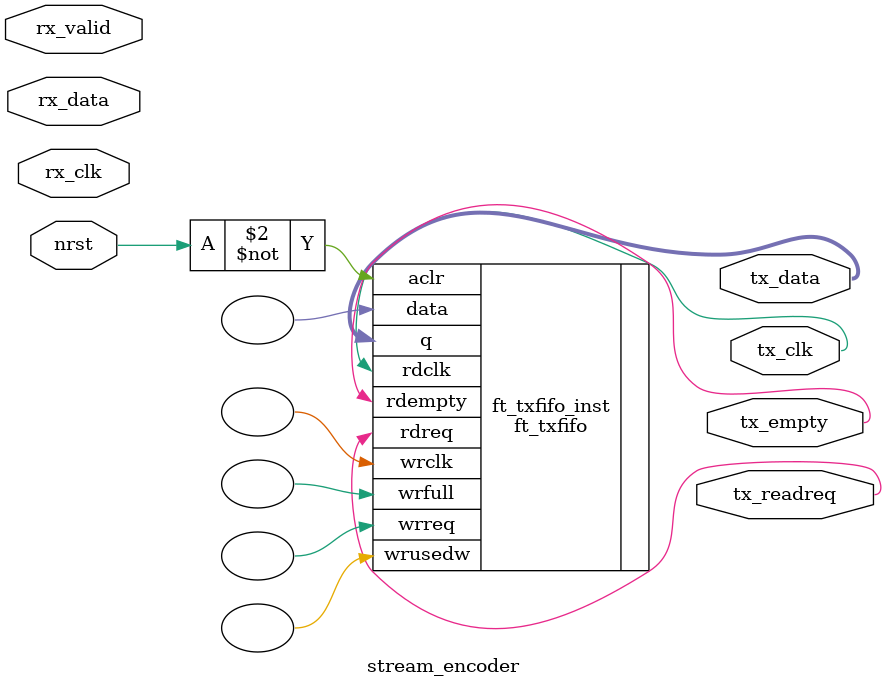
<source format=sv>
module stream_encoder (
	// Reset
	input logic 		nrst,

	// Input data
	input logic 		rx_clk, rx_valid,
	input logic [15:0]	rx_data,

	// Output data
	output reg	 		tx_clk, tx_readreq, tx_empty,
	output reg [15:0]	tx_data 
	);


	// Recieved stream data
	ft_rxfifo	ft_rxfifo_inst (

		// Reset
		.aclr(~nrst),

		// Write
		.wrclk(rx_clk),
		.wrreq(rx_valid),
		.data(rx_data),
		.wrfull(),

		// Read
		.rdclk(),
		.rdreq(),
		.rdusedw(),
		.q(),
		.rdempty()
	);

	// Stream data to transmit
	ft_txfifo ft_txfifo_inst(

		// Reset
		.aclr(~nrst),

		// Write
		.wrclk(),
		.wrreq(),
		.data(),
		.wrfull(),
		.wrusedw(),

		// Read
		.rdclk(tx_clk),
		.rdreq(tx_readreq),
		.q(tx_data),
		.rdempty(tx_empty)
	);




endmodule // stream_encoder
</source>
